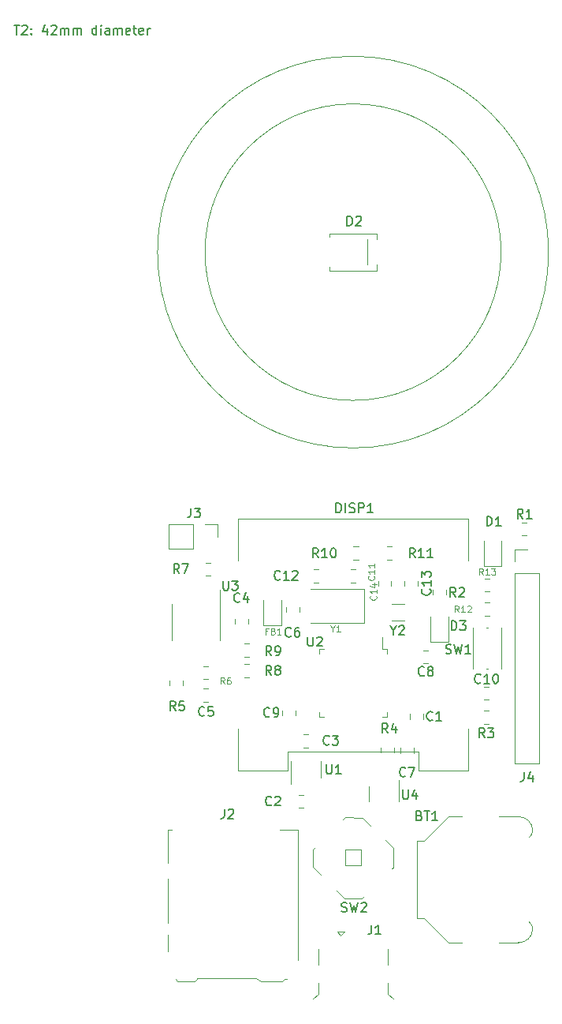
<source format=gbr>
G04 #@! TF.GenerationSoftware,KiCad,Pcbnew,(5.1.5-0-10_14)*
G04 #@! TF.CreationDate,2020-01-07T13:17:42-08:00*
G04 #@! TF.ProjectId,PARmeter,5041526d-6574-4657-922e-6b696361645f,rev?*
G04 #@! TF.SameCoordinates,Original*
G04 #@! TF.FileFunction,Legend,Top*
G04 #@! TF.FilePolarity,Positive*
%FSLAX46Y46*%
G04 Gerber Fmt 4.6, Leading zero omitted, Abs format (unit mm)*
G04 Created by KiCad (PCBNEW (5.1.5-0-10_14)) date 2020-01-07 13:17:42*
%MOMM*%
%LPD*%
G04 APERTURE LIST*
%ADD10C,0.120000*%
%ADD11C,0.150000*%
%ADD12C,0.100000*%
G04 APERTURE END LIST*
D10*
X121000000Y-100000000D02*
G75*
G03X121000000Y-100000000I-21000000J0D01*
G01*
D11*
X63590476Y-75652380D02*
X64161904Y-75652380D01*
X63876190Y-76652380D02*
X63876190Y-75652380D01*
X64447619Y-75747619D02*
X64495238Y-75700000D01*
X64590476Y-75652380D01*
X64828571Y-75652380D01*
X64923809Y-75700000D01*
X64971428Y-75747619D01*
X65019047Y-75842857D01*
X65019047Y-75938095D01*
X64971428Y-76080952D01*
X64400000Y-76652380D01*
X65019047Y-76652380D01*
X65447619Y-76557142D02*
X65495238Y-76604761D01*
X65447619Y-76652380D01*
X65400000Y-76604761D01*
X65447619Y-76557142D01*
X65447619Y-76652380D01*
X65447619Y-76033333D02*
X65495238Y-76080952D01*
X65447619Y-76128571D01*
X65400000Y-76080952D01*
X65447619Y-76033333D01*
X65447619Y-76128571D01*
X67114285Y-75985714D02*
X67114285Y-76652380D01*
X66876190Y-75604761D02*
X66638095Y-76319047D01*
X67257142Y-76319047D01*
X67590476Y-75747619D02*
X67638095Y-75700000D01*
X67733333Y-75652380D01*
X67971428Y-75652380D01*
X68066666Y-75700000D01*
X68114285Y-75747619D01*
X68161904Y-75842857D01*
X68161904Y-75938095D01*
X68114285Y-76080952D01*
X67542857Y-76652380D01*
X68161904Y-76652380D01*
X68590476Y-76652380D02*
X68590476Y-75985714D01*
X68590476Y-76080952D02*
X68638095Y-76033333D01*
X68733333Y-75985714D01*
X68876190Y-75985714D01*
X68971428Y-76033333D01*
X69019047Y-76128571D01*
X69019047Y-76652380D01*
X69019047Y-76128571D02*
X69066666Y-76033333D01*
X69161904Y-75985714D01*
X69304761Y-75985714D01*
X69400000Y-76033333D01*
X69447619Y-76128571D01*
X69447619Y-76652380D01*
X69923809Y-76652380D02*
X69923809Y-75985714D01*
X69923809Y-76080952D02*
X69971428Y-76033333D01*
X70066666Y-75985714D01*
X70209523Y-75985714D01*
X70304761Y-76033333D01*
X70352380Y-76128571D01*
X70352380Y-76652380D01*
X70352380Y-76128571D02*
X70400000Y-76033333D01*
X70495238Y-75985714D01*
X70638095Y-75985714D01*
X70733333Y-76033333D01*
X70780952Y-76128571D01*
X70780952Y-76652380D01*
X72447619Y-76652380D02*
X72447619Y-75652380D01*
X72447619Y-76604761D02*
X72352380Y-76652380D01*
X72161904Y-76652380D01*
X72066666Y-76604761D01*
X72019047Y-76557142D01*
X71971428Y-76461904D01*
X71971428Y-76176190D01*
X72019047Y-76080952D01*
X72066666Y-76033333D01*
X72161904Y-75985714D01*
X72352380Y-75985714D01*
X72447619Y-76033333D01*
X72923809Y-76652380D02*
X72923809Y-75985714D01*
X72923809Y-75652380D02*
X72876190Y-75700000D01*
X72923809Y-75747619D01*
X72971428Y-75700000D01*
X72923809Y-75652380D01*
X72923809Y-75747619D01*
X73828571Y-76652380D02*
X73828571Y-76128571D01*
X73780952Y-76033333D01*
X73685714Y-75985714D01*
X73495238Y-75985714D01*
X73400000Y-76033333D01*
X73828571Y-76604761D02*
X73733333Y-76652380D01*
X73495238Y-76652380D01*
X73400000Y-76604761D01*
X73352380Y-76509523D01*
X73352380Y-76414285D01*
X73400000Y-76319047D01*
X73495238Y-76271428D01*
X73733333Y-76271428D01*
X73828571Y-76223809D01*
X74304761Y-76652380D02*
X74304761Y-75985714D01*
X74304761Y-76080952D02*
X74352380Y-76033333D01*
X74447619Y-75985714D01*
X74590476Y-75985714D01*
X74685714Y-76033333D01*
X74733333Y-76128571D01*
X74733333Y-76652380D01*
X74733333Y-76128571D02*
X74780952Y-76033333D01*
X74876190Y-75985714D01*
X75019047Y-75985714D01*
X75114285Y-76033333D01*
X75161904Y-76128571D01*
X75161904Y-76652380D01*
X76019047Y-76604761D02*
X75923809Y-76652380D01*
X75733333Y-76652380D01*
X75638095Y-76604761D01*
X75590476Y-76509523D01*
X75590476Y-76128571D01*
X75638095Y-76033333D01*
X75733333Y-75985714D01*
X75923809Y-75985714D01*
X76019047Y-76033333D01*
X76066666Y-76128571D01*
X76066666Y-76223809D01*
X75590476Y-76319047D01*
X76352380Y-75985714D02*
X76733333Y-75985714D01*
X76495238Y-75652380D02*
X76495238Y-76509523D01*
X76542857Y-76604761D01*
X76638095Y-76652380D01*
X76733333Y-76652380D01*
X77447619Y-76604761D02*
X77352380Y-76652380D01*
X77161904Y-76652380D01*
X77066666Y-76604761D01*
X77019047Y-76509523D01*
X77019047Y-76128571D01*
X77066666Y-76033333D01*
X77161904Y-75985714D01*
X77352380Y-75985714D01*
X77447619Y-76033333D01*
X77495238Y-76128571D01*
X77495238Y-76223809D01*
X77019047Y-76319047D01*
X77923809Y-76652380D02*
X77923809Y-75985714D01*
X77923809Y-76176190D02*
X77971428Y-76080952D01*
X78019047Y-76033333D01*
X78114285Y-75985714D01*
X78209523Y-75985714D01*
D10*
X115900000Y-100000000D02*
G75*
G03X115900000Y-100000000I-15900000J0D01*
G01*
X104900000Y-158900000D02*
X104900000Y-156600000D01*
X101700000Y-157300000D02*
X101700000Y-158900000D01*
X112350000Y-128600000D02*
X87650000Y-128600000D01*
X112350000Y-128600000D02*
X112350000Y-133100000D01*
X87650000Y-128600000D02*
X87650000Y-133100000D01*
X93000000Y-155600000D02*
X93000000Y-153600000D01*
X93000000Y-153600000D02*
X107000000Y-153600000D01*
X107000000Y-153600000D02*
X107000000Y-155600000D01*
X107000000Y-155600000D02*
X112370000Y-155600000D01*
X93000000Y-155600000D02*
X87650000Y-155600000D01*
X87630000Y-155600000D02*
X87630000Y-151100000D01*
X112370000Y-155600000D02*
X112370000Y-151100000D01*
X85430000Y-129170000D02*
X85430000Y-130500000D01*
X84100000Y-129170000D02*
X85430000Y-129170000D01*
X82830000Y-129170000D02*
X82830000Y-131830000D01*
X82830000Y-131830000D02*
X80230000Y-131830000D01*
X82830000Y-129170000D02*
X80230000Y-129170000D01*
X80230000Y-129170000D02*
X80230000Y-131830000D01*
X93290000Y-154600000D02*
X93290000Y-157050000D01*
X96510000Y-156400000D02*
X96510000Y-154600000D01*
X110250000Y-160550000D02*
X111700000Y-160550000D01*
X107650000Y-163150000D02*
X110250000Y-160550000D01*
X106850000Y-163150000D02*
X107650000Y-163150000D01*
X106850000Y-171450000D02*
X106850000Y-163150000D01*
X107650000Y-171450000D02*
X106850000Y-171450000D01*
X110250000Y-174050000D02*
X107650000Y-171450000D01*
X111700000Y-174050000D02*
X110250000Y-174050000D01*
X115700000Y-174050000D02*
X117800000Y-174050000D01*
X115700000Y-160550000D02*
X117800000Y-160550000D01*
X117750000Y-174050000D02*
G75*
G03X119300000Y-172600000I50000J1500000D01*
G01*
X117750000Y-160550000D02*
G75*
G02X119300000Y-162000000I50000J-1500000D01*
G01*
X119284160Y-172714615D02*
G75*
G03X118900000Y-171800000I-984160J124615D01*
G01*
X119284160Y-161885385D02*
G75*
G02X118900000Y-162800000I-984160J-124615D01*
G01*
X104125000Y-137725000D02*
X105475000Y-137725000D01*
X104125000Y-139475000D02*
X105475000Y-139475000D01*
X101175000Y-136150000D02*
X95425000Y-136150000D01*
X101175000Y-139750000D02*
X101175000Y-136150000D01*
X95425000Y-139750000D02*
X101175000Y-139750000D01*
X85660000Y-139700000D02*
X85660000Y-136250000D01*
X85660000Y-139700000D02*
X85660000Y-141650000D01*
X80540000Y-139700000D02*
X80540000Y-137750000D01*
X80540000Y-139700000D02*
X80540000Y-141650000D01*
X103160000Y-142590000D02*
X103160000Y-141300000D01*
X103610000Y-142590000D02*
X103160000Y-142590000D01*
X103610000Y-143040000D02*
X103610000Y-142590000D01*
X103610000Y-149810000D02*
X103160000Y-149810000D01*
X103610000Y-149360000D02*
X103610000Y-149810000D01*
X96390000Y-142590000D02*
X96840000Y-142590000D01*
X96390000Y-143040000D02*
X96390000Y-142590000D01*
X96390000Y-149810000D02*
X96840000Y-149810000D01*
X96390000Y-149360000D02*
X96390000Y-149810000D01*
D12*
X100850000Y-164050000D02*
X99150000Y-164050000D01*
X100850000Y-165750000D02*
X100850000Y-164050000D01*
X99150000Y-165750000D02*
X100850000Y-165750000D01*
X99150000Y-164050000D02*
X99150000Y-165750000D01*
X104154252Y-166119759D02*
X104295673Y-165978338D01*
X95916458Y-163821662D02*
X95704326Y-164033794D01*
X101042982Y-160675037D02*
X101891510Y-161523565D01*
X103447145Y-163079200D02*
X104295673Y-163927728D01*
X98214555Y-168453212D02*
X99063083Y-169301740D01*
X99169149Y-160568971D02*
X101042982Y-160675037D01*
X99063083Y-169301740D02*
X100972271Y-169301740D01*
X104295673Y-163927728D02*
X104295673Y-165978338D01*
X95704326Y-164033794D02*
X95668970Y-165907627D01*
X100972271Y-169301740D02*
X101184403Y-169089608D01*
X95668970Y-165907627D02*
X96517498Y-166756155D01*
X99169149Y-160568971D02*
X98886306Y-160851814D01*
D10*
X114450000Y-144700000D02*
X114350000Y-144700000D01*
X112850000Y-140300000D02*
X112850000Y-144700000D01*
X115950000Y-144700000D02*
X115950000Y-140300000D01*
X114450000Y-140300000D02*
X114350000Y-140300000D01*
X114658578Y-134990000D02*
X114141422Y-134990000D01*
X114658578Y-136410000D02*
X114141422Y-136410000D01*
X114658578Y-137590000D02*
X114141422Y-137590000D01*
X114658578Y-139010000D02*
X114141422Y-139010000D01*
X104158578Y-131590000D02*
X103641422Y-131590000D01*
X104158578Y-133010000D02*
X103641422Y-133010000D01*
X100558578Y-131590000D02*
X100041422Y-131590000D01*
X100558578Y-133010000D02*
X100041422Y-133010000D01*
X88341422Y-143410000D02*
X88858578Y-143410000D01*
X88341422Y-141990000D02*
X88858578Y-141990000D01*
X88341422Y-145610000D02*
X88858578Y-145610000D01*
X88341422Y-144190000D02*
X88858578Y-144190000D01*
X84658578Y-133290000D02*
X84141422Y-133290000D01*
X84658578Y-134710000D02*
X84141422Y-134710000D01*
X84458578Y-144390000D02*
X83941422Y-144390000D01*
X84458578Y-145810000D02*
X83941422Y-145810000D01*
X81710000Y-146458578D02*
X81710000Y-145941422D01*
X80290000Y-146458578D02*
X80290000Y-145941422D01*
X104410000Y-153658578D02*
X104410000Y-153141422D01*
X102990000Y-153658578D02*
X102990000Y-153141422D01*
X114041422Y-150610000D02*
X114558578Y-150610000D01*
X114041422Y-149190000D02*
X114558578Y-149190000D01*
X108590000Y-136241422D02*
X108590000Y-136758578D01*
X110010000Y-136241422D02*
X110010000Y-136758578D01*
X118658578Y-128990000D02*
X118141422Y-128990000D01*
X118658578Y-130410000D02*
X118141422Y-130410000D01*
X117370000Y-131870000D02*
X118700000Y-131870000D01*
X117370000Y-133200000D02*
X117370000Y-131870000D01*
X117370000Y-134470000D02*
X120030000Y-134470000D01*
X120030000Y-134470000D02*
X120030000Y-154850000D01*
X117370000Y-134470000D02*
X117370000Y-154850000D01*
X117370000Y-154850000D02*
X120030000Y-154850000D01*
X92175000Y-161915000D02*
X94095000Y-161915000D01*
X94095000Y-161915000D02*
X94095000Y-175925000D01*
X80575000Y-161915000D02*
X80125000Y-161915000D01*
X80125000Y-161915000D02*
X80125000Y-165525000D01*
X92415000Y-178185000D02*
X90105000Y-178185000D01*
X81155000Y-178185000D02*
X83015000Y-178185000D01*
X81155000Y-178185000D02*
X80955000Y-177985000D01*
X80125000Y-167225000D02*
X80125000Y-171925000D01*
X80125000Y-173225000D02*
X80125000Y-175025000D01*
X83225000Y-177835000D02*
X89595000Y-177835000D01*
X83225000Y-177835000D02*
X83225000Y-177985000D01*
X83015000Y-178185000D02*
X83225000Y-177985000D01*
X92415000Y-178185000D02*
X92615000Y-177985000D01*
X92615000Y-177985000D02*
X92875000Y-177985000D01*
X90105000Y-178185000D02*
X89595000Y-177835000D01*
X104300000Y-180100000D02*
X103750000Y-179550000D01*
X103750000Y-179550000D02*
X103750000Y-178400000D01*
X103750000Y-176400000D02*
X103750000Y-174700000D01*
X95700000Y-180100000D02*
X96250000Y-179550000D01*
X98675000Y-173335000D02*
X98275000Y-172885000D01*
X98275000Y-172885000D02*
X99075000Y-172885000D01*
X99075000Y-172885000D02*
X98675000Y-173335000D01*
X96250000Y-179550000D02*
X96250000Y-178400000D01*
X96250000Y-176400000D02*
X96250000Y-174700000D01*
X92260000Y-139985000D02*
X92260000Y-137300000D01*
X90340000Y-139985000D02*
X92260000Y-139985000D01*
X90340000Y-137300000D02*
X90340000Y-139985000D01*
X110260000Y-141785000D02*
X110260000Y-139100000D01*
X108340000Y-141785000D02*
X110260000Y-141785000D01*
X108340000Y-139100000D02*
X108340000Y-141785000D01*
D12*
X101500000Y-98600000D02*
X101500000Y-101350000D01*
X102550000Y-102000000D02*
X102550000Y-101350000D01*
X97450000Y-102000000D02*
X102550000Y-102000000D01*
X97450000Y-101600000D02*
X97450000Y-102000000D01*
X102550000Y-98000000D02*
X102550000Y-98650000D01*
X97450000Y-98000000D02*
X102550000Y-98000000D01*
X97450000Y-98400000D02*
X97450000Y-98000000D01*
D10*
X115960000Y-133685000D02*
X115960000Y-131000000D01*
X114040000Y-133685000D02*
X115960000Y-133685000D01*
X114040000Y-131000000D02*
X114040000Y-133685000D01*
X102690000Y-135241422D02*
X102690000Y-135758578D01*
X104110000Y-135241422D02*
X104110000Y-135758578D01*
X105490000Y-135241422D02*
X105490000Y-135758578D01*
X106910000Y-135241422D02*
X106910000Y-135758578D01*
X96258578Y-133990000D02*
X95741422Y-133990000D01*
X96258578Y-135410000D02*
X95741422Y-135410000D01*
X99741422Y-135410000D02*
X100258578Y-135410000D01*
X99741422Y-133990000D02*
X100258578Y-133990000D01*
X114078922Y-148010000D02*
X114596078Y-148010000D01*
X114078922Y-146590000D02*
X114596078Y-146590000D01*
X92390000Y-149141422D02*
X92390000Y-149658578D01*
X93810000Y-149141422D02*
X93810000Y-149658578D01*
X107541422Y-144110000D02*
X108058578Y-144110000D01*
X107541422Y-142690000D02*
X108058578Y-142690000D01*
X105090000Y-153178922D02*
X105090000Y-153696078D01*
X106510000Y-153178922D02*
X106510000Y-153696078D01*
X94210000Y-138558578D02*
X94210000Y-138041422D01*
X92790000Y-138558578D02*
X92790000Y-138041422D01*
X83941422Y-148210000D02*
X84458578Y-148210000D01*
X83941422Y-146790000D02*
X84458578Y-146790000D01*
X88710000Y-139858578D02*
X88710000Y-139341422D01*
X87290000Y-139858578D02*
X87290000Y-139341422D01*
X94641422Y-153110000D02*
X95158578Y-153110000D01*
X94641422Y-151690000D02*
X95158578Y-151690000D01*
X94658578Y-158190000D02*
X94141422Y-158190000D01*
X94658578Y-159610000D02*
X94141422Y-159610000D01*
X107510000Y-150058578D02*
X107510000Y-149541422D01*
X106090000Y-150058578D02*
X106090000Y-149541422D01*
D11*
X105338095Y-157652380D02*
X105338095Y-158461904D01*
X105385714Y-158557142D01*
X105433333Y-158604761D01*
X105528571Y-158652380D01*
X105719047Y-158652380D01*
X105814285Y-158604761D01*
X105861904Y-158557142D01*
X105909523Y-158461904D01*
X105909523Y-157652380D01*
X106814285Y-157985714D02*
X106814285Y-158652380D01*
X106576190Y-157604761D02*
X106338095Y-158319047D01*
X106957142Y-158319047D01*
X98182619Y-127922380D02*
X98182619Y-126922380D01*
X98420714Y-126922380D01*
X98563571Y-126970000D01*
X98658809Y-127065238D01*
X98706428Y-127160476D01*
X98754047Y-127350952D01*
X98754047Y-127493809D01*
X98706428Y-127684285D01*
X98658809Y-127779523D01*
X98563571Y-127874761D01*
X98420714Y-127922380D01*
X98182619Y-127922380D01*
X99182619Y-127922380D02*
X99182619Y-126922380D01*
X99611190Y-127874761D02*
X99754047Y-127922380D01*
X99992142Y-127922380D01*
X100087380Y-127874761D01*
X100135000Y-127827142D01*
X100182619Y-127731904D01*
X100182619Y-127636666D01*
X100135000Y-127541428D01*
X100087380Y-127493809D01*
X99992142Y-127446190D01*
X99801666Y-127398571D01*
X99706428Y-127350952D01*
X99658809Y-127303333D01*
X99611190Y-127208095D01*
X99611190Y-127112857D01*
X99658809Y-127017619D01*
X99706428Y-126970000D01*
X99801666Y-126922380D01*
X100039761Y-126922380D01*
X100182619Y-126970000D01*
X100611190Y-127922380D02*
X100611190Y-126922380D01*
X100992142Y-126922380D01*
X101087380Y-126970000D01*
X101135000Y-127017619D01*
X101182619Y-127112857D01*
X101182619Y-127255714D01*
X101135000Y-127350952D01*
X101087380Y-127398571D01*
X100992142Y-127446190D01*
X100611190Y-127446190D01*
X102135000Y-127922380D02*
X101563571Y-127922380D01*
X101849285Y-127922380D02*
X101849285Y-126922380D01*
X101754047Y-127065238D01*
X101658809Y-127160476D01*
X101563571Y-127208095D01*
X82566666Y-127452380D02*
X82566666Y-128166666D01*
X82519047Y-128309523D01*
X82423809Y-128404761D01*
X82280952Y-128452380D01*
X82185714Y-128452380D01*
X82947619Y-127452380D02*
X83566666Y-127452380D01*
X83233333Y-127833333D01*
X83376190Y-127833333D01*
X83471428Y-127880952D01*
X83519047Y-127928571D01*
X83566666Y-128023809D01*
X83566666Y-128261904D01*
X83519047Y-128357142D01*
X83471428Y-128404761D01*
X83376190Y-128452380D01*
X83090476Y-128452380D01*
X82995238Y-128404761D01*
X82947619Y-128357142D01*
X97138095Y-154952380D02*
X97138095Y-155761904D01*
X97185714Y-155857142D01*
X97233333Y-155904761D01*
X97328571Y-155952380D01*
X97519047Y-155952380D01*
X97614285Y-155904761D01*
X97661904Y-155857142D01*
X97709523Y-155761904D01*
X97709523Y-154952380D01*
X98709523Y-155952380D02*
X98138095Y-155952380D01*
X98423809Y-155952380D02*
X98423809Y-154952380D01*
X98328571Y-155095238D01*
X98233333Y-155190476D01*
X98138095Y-155238095D01*
X107114285Y-160428571D02*
X107257142Y-160476190D01*
X107304761Y-160523809D01*
X107352380Y-160619047D01*
X107352380Y-160761904D01*
X107304761Y-160857142D01*
X107257142Y-160904761D01*
X107161904Y-160952380D01*
X106780952Y-160952380D01*
X106780952Y-159952380D01*
X107114285Y-159952380D01*
X107209523Y-160000000D01*
X107257142Y-160047619D01*
X107304761Y-160142857D01*
X107304761Y-160238095D01*
X107257142Y-160333333D01*
X107209523Y-160380952D01*
X107114285Y-160428571D01*
X106780952Y-160428571D01*
X107638095Y-159952380D02*
X108209523Y-159952380D01*
X107923809Y-160952380D02*
X107923809Y-159952380D01*
X109066666Y-160952380D02*
X108495238Y-160952380D01*
X108780952Y-160952380D02*
X108780952Y-159952380D01*
X108685714Y-160095238D01*
X108590476Y-160190476D01*
X108495238Y-160238095D01*
X104323809Y-140576190D02*
X104323809Y-141052380D01*
X103990476Y-140052380D02*
X104323809Y-140576190D01*
X104657142Y-140052380D01*
X104942857Y-140147619D02*
X104990476Y-140100000D01*
X105085714Y-140052380D01*
X105323809Y-140052380D01*
X105419047Y-140100000D01*
X105466666Y-140147619D01*
X105514285Y-140242857D01*
X105514285Y-140338095D01*
X105466666Y-140480952D01*
X104895238Y-141052380D01*
X105514285Y-141052380D01*
D10*
X97791666Y-140383333D02*
X97791666Y-140716666D01*
X97558333Y-140016666D02*
X97791666Y-140383333D01*
X98025000Y-140016666D01*
X98625000Y-140716666D02*
X98225000Y-140716666D01*
X98425000Y-140716666D02*
X98425000Y-140016666D01*
X98358333Y-140116666D01*
X98291666Y-140183333D01*
X98225000Y-140216666D01*
D11*
X86038095Y-135252380D02*
X86038095Y-136061904D01*
X86085714Y-136157142D01*
X86133333Y-136204761D01*
X86228571Y-136252380D01*
X86419047Y-136252380D01*
X86514285Y-136204761D01*
X86561904Y-136157142D01*
X86609523Y-136061904D01*
X86609523Y-135252380D01*
X86990476Y-135252380D02*
X87609523Y-135252380D01*
X87276190Y-135633333D01*
X87419047Y-135633333D01*
X87514285Y-135680952D01*
X87561904Y-135728571D01*
X87609523Y-135823809D01*
X87609523Y-136061904D01*
X87561904Y-136157142D01*
X87514285Y-136204761D01*
X87419047Y-136252380D01*
X87133333Y-136252380D01*
X87038095Y-136204761D01*
X86990476Y-136157142D01*
X95138095Y-141252380D02*
X95138095Y-142061904D01*
X95185714Y-142157142D01*
X95233333Y-142204761D01*
X95328571Y-142252380D01*
X95519047Y-142252380D01*
X95614285Y-142204761D01*
X95661904Y-142157142D01*
X95709523Y-142061904D01*
X95709523Y-141252380D01*
X96138095Y-141347619D02*
X96185714Y-141300000D01*
X96280952Y-141252380D01*
X96519047Y-141252380D01*
X96614285Y-141300000D01*
X96661904Y-141347619D01*
X96709523Y-141442857D01*
X96709523Y-141538095D01*
X96661904Y-141680952D01*
X96090476Y-142252380D01*
X96709523Y-142252380D01*
X98766666Y-170704761D02*
X98909523Y-170752380D01*
X99147619Y-170752380D01*
X99242857Y-170704761D01*
X99290476Y-170657142D01*
X99338095Y-170561904D01*
X99338095Y-170466666D01*
X99290476Y-170371428D01*
X99242857Y-170323809D01*
X99147619Y-170276190D01*
X98957142Y-170228571D01*
X98861904Y-170180952D01*
X98814285Y-170133333D01*
X98766666Y-170038095D01*
X98766666Y-169942857D01*
X98814285Y-169847619D01*
X98861904Y-169800000D01*
X98957142Y-169752380D01*
X99195238Y-169752380D01*
X99338095Y-169800000D01*
X99671428Y-169752380D02*
X99909523Y-170752380D01*
X100100000Y-170038095D01*
X100290476Y-170752380D01*
X100528571Y-169752380D01*
X100861904Y-169847619D02*
X100909523Y-169800000D01*
X101004761Y-169752380D01*
X101242857Y-169752380D01*
X101338095Y-169800000D01*
X101385714Y-169847619D01*
X101433333Y-169942857D01*
X101433333Y-170038095D01*
X101385714Y-170180952D01*
X100814285Y-170752380D01*
X101433333Y-170752380D01*
X109966666Y-143004761D02*
X110109523Y-143052380D01*
X110347619Y-143052380D01*
X110442857Y-143004761D01*
X110490476Y-142957142D01*
X110538095Y-142861904D01*
X110538095Y-142766666D01*
X110490476Y-142671428D01*
X110442857Y-142623809D01*
X110347619Y-142576190D01*
X110157142Y-142528571D01*
X110061904Y-142480952D01*
X110014285Y-142433333D01*
X109966666Y-142338095D01*
X109966666Y-142242857D01*
X110014285Y-142147619D01*
X110061904Y-142100000D01*
X110157142Y-142052380D01*
X110395238Y-142052380D01*
X110538095Y-142100000D01*
X110871428Y-142052380D02*
X111109523Y-143052380D01*
X111300000Y-142338095D01*
X111490476Y-143052380D01*
X111728571Y-142052380D01*
X112633333Y-143052380D02*
X112061904Y-143052380D01*
X112347619Y-143052380D02*
X112347619Y-142052380D01*
X112252380Y-142195238D01*
X112157142Y-142290476D01*
X112061904Y-142338095D01*
D10*
X113950000Y-134616666D02*
X113716666Y-134283333D01*
X113550000Y-134616666D02*
X113550000Y-133916666D01*
X113816666Y-133916666D01*
X113883333Y-133950000D01*
X113916666Y-133983333D01*
X113950000Y-134050000D01*
X113950000Y-134150000D01*
X113916666Y-134216666D01*
X113883333Y-134250000D01*
X113816666Y-134283333D01*
X113550000Y-134283333D01*
X114616666Y-134616666D02*
X114216666Y-134616666D01*
X114416666Y-134616666D02*
X114416666Y-133916666D01*
X114350000Y-134016666D01*
X114283333Y-134083333D01*
X114216666Y-134116666D01*
X114850000Y-133916666D02*
X115283333Y-133916666D01*
X115050000Y-134183333D01*
X115150000Y-134183333D01*
X115216666Y-134216666D01*
X115250000Y-134250000D01*
X115283333Y-134316666D01*
X115283333Y-134483333D01*
X115250000Y-134550000D01*
X115216666Y-134583333D01*
X115150000Y-134616666D01*
X114950000Y-134616666D01*
X114883333Y-134583333D01*
X114850000Y-134550000D01*
X111350000Y-138616666D02*
X111116666Y-138283333D01*
X110950000Y-138616666D02*
X110950000Y-137916666D01*
X111216666Y-137916666D01*
X111283333Y-137950000D01*
X111316666Y-137983333D01*
X111350000Y-138050000D01*
X111350000Y-138150000D01*
X111316666Y-138216666D01*
X111283333Y-138250000D01*
X111216666Y-138283333D01*
X110950000Y-138283333D01*
X112016666Y-138616666D02*
X111616666Y-138616666D01*
X111816666Y-138616666D02*
X111816666Y-137916666D01*
X111750000Y-138016666D01*
X111683333Y-138083333D01*
X111616666Y-138116666D01*
X112283333Y-137983333D02*
X112316666Y-137950000D01*
X112383333Y-137916666D01*
X112550000Y-137916666D01*
X112616666Y-137950000D01*
X112650000Y-137983333D01*
X112683333Y-138050000D01*
X112683333Y-138116666D01*
X112650000Y-138216666D01*
X112250000Y-138616666D01*
X112683333Y-138616666D01*
D11*
X106657142Y-132752380D02*
X106323809Y-132276190D01*
X106085714Y-132752380D02*
X106085714Y-131752380D01*
X106466666Y-131752380D01*
X106561904Y-131800000D01*
X106609523Y-131847619D01*
X106657142Y-131942857D01*
X106657142Y-132085714D01*
X106609523Y-132180952D01*
X106561904Y-132228571D01*
X106466666Y-132276190D01*
X106085714Y-132276190D01*
X107609523Y-132752380D02*
X107038095Y-132752380D01*
X107323809Y-132752380D02*
X107323809Y-131752380D01*
X107228571Y-131895238D01*
X107133333Y-131990476D01*
X107038095Y-132038095D01*
X108561904Y-132752380D02*
X107990476Y-132752380D01*
X108276190Y-132752380D02*
X108276190Y-131752380D01*
X108180952Y-131895238D01*
X108085714Y-131990476D01*
X107990476Y-132038095D01*
X96257142Y-132752380D02*
X95923809Y-132276190D01*
X95685714Y-132752380D02*
X95685714Y-131752380D01*
X96066666Y-131752380D01*
X96161904Y-131800000D01*
X96209523Y-131847619D01*
X96257142Y-131942857D01*
X96257142Y-132085714D01*
X96209523Y-132180952D01*
X96161904Y-132228571D01*
X96066666Y-132276190D01*
X95685714Y-132276190D01*
X97209523Y-132752380D02*
X96638095Y-132752380D01*
X96923809Y-132752380D02*
X96923809Y-131752380D01*
X96828571Y-131895238D01*
X96733333Y-131990476D01*
X96638095Y-132038095D01*
X97828571Y-131752380D02*
X97923809Y-131752380D01*
X98019047Y-131800000D01*
X98066666Y-131847619D01*
X98114285Y-131942857D01*
X98161904Y-132133333D01*
X98161904Y-132371428D01*
X98114285Y-132561904D01*
X98066666Y-132657142D01*
X98019047Y-132704761D01*
X97923809Y-132752380D01*
X97828571Y-132752380D01*
X97733333Y-132704761D01*
X97685714Y-132657142D01*
X97638095Y-132561904D01*
X97590476Y-132371428D01*
X97590476Y-132133333D01*
X97638095Y-131942857D01*
X97685714Y-131847619D01*
X97733333Y-131800000D01*
X97828571Y-131752380D01*
X91233333Y-143252380D02*
X90900000Y-142776190D01*
X90661904Y-143252380D02*
X90661904Y-142252380D01*
X91042857Y-142252380D01*
X91138095Y-142300000D01*
X91185714Y-142347619D01*
X91233333Y-142442857D01*
X91233333Y-142585714D01*
X91185714Y-142680952D01*
X91138095Y-142728571D01*
X91042857Y-142776190D01*
X90661904Y-142776190D01*
X91709523Y-143252380D02*
X91900000Y-143252380D01*
X91995238Y-143204761D01*
X92042857Y-143157142D01*
X92138095Y-143014285D01*
X92185714Y-142823809D01*
X92185714Y-142442857D01*
X92138095Y-142347619D01*
X92090476Y-142300000D01*
X91995238Y-142252380D01*
X91804761Y-142252380D01*
X91709523Y-142300000D01*
X91661904Y-142347619D01*
X91614285Y-142442857D01*
X91614285Y-142680952D01*
X91661904Y-142776190D01*
X91709523Y-142823809D01*
X91804761Y-142871428D01*
X91995238Y-142871428D01*
X92090476Y-142823809D01*
X92138095Y-142776190D01*
X92185714Y-142680952D01*
X91233333Y-145352380D02*
X90900000Y-144876190D01*
X90661904Y-145352380D02*
X90661904Y-144352380D01*
X91042857Y-144352380D01*
X91138095Y-144400000D01*
X91185714Y-144447619D01*
X91233333Y-144542857D01*
X91233333Y-144685714D01*
X91185714Y-144780952D01*
X91138095Y-144828571D01*
X91042857Y-144876190D01*
X90661904Y-144876190D01*
X91804761Y-144780952D02*
X91709523Y-144733333D01*
X91661904Y-144685714D01*
X91614285Y-144590476D01*
X91614285Y-144542857D01*
X91661904Y-144447619D01*
X91709523Y-144400000D01*
X91804761Y-144352380D01*
X91995238Y-144352380D01*
X92090476Y-144400000D01*
X92138095Y-144447619D01*
X92185714Y-144542857D01*
X92185714Y-144590476D01*
X92138095Y-144685714D01*
X92090476Y-144733333D01*
X91995238Y-144780952D01*
X91804761Y-144780952D01*
X91709523Y-144828571D01*
X91661904Y-144876190D01*
X91614285Y-144971428D01*
X91614285Y-145161904D01*
X91661904Y-145257142D01*
X91709523Y-145304761D01*
X91804761Y-145352380D01*
X91995238Y-145352380D01*
X92090476Y-145304761D01*
X92138095Y-145257142D01*
X92185714Y-145161904D01*
X92185714Y-144971428D01*
X92138095Y-144876190D01*
X92090476Y-144828571D01*
X91995238Y-144780952D01*
X81333333Y-134452380D02*
X81000000Y-133976190D01*
X80761904Y-134452380D02*
X80761904Y-133452380D01*
X81142857Y-133452380D01*
X81238095Y-133500000D01*
X81285714Y-133547619D01*
X81333333Y-133642857D01*
X81333333Y-133785714D01*
X81285714Y-133880952D01*
X81238095Y-133928571D01*
X81142857Y-133976190D01*
X80761904Y-133976190D01*
X81666666Y-133452380D02*
X82333333Y-133452380D01*
X81904761Y-134452380D01*
D10*
X86183333Y-146316666D02*
X85950000Y-145983333D01*
X85783333Y-146316666D02*
X85783333Y-145616666D01*
X86050000Y-145616666D01*
X86116666Y-145650000D01*
X86150000Y-145683333D01*
X86183333Y-145750000D01*
X86183333Y-145850000D01*
X86150000Y-145916666D01*
X86116666Y-145950000D01*
X86050000Y-145983333D01*
X85783333Y-145983333D01*
X86783333Y-145616666D02*
X86650000Y-145616666D01*
X86583333Y-145650000D01*
X86550000Y-145683333D01*
X86483333Y-145783333D01*
X86450000Y-145916666D01*
X86450000Y-146183333D01*
X86483333Y-146250000D01*
X86516666Y-146283333D01*
X86583333Y-146316666D01*
X86716666Y-146316666D01*
X86783333Y-146283333D01*
X86816666Y-146250000D01*
X86850000Y-146183333D01*
X86850000Y-146016666D01*
X86816666Y-145950000D01*
X86783333Y-145916666D01*
X86716666Y-145883333D01*
X86583333Y-145883333D01*
X86516666Y-145916666D01*
X86483333Y-145950000D01*
X86450000Y-146016666D01*
D11*
X80933333Y-149152380D02*
X80600000Y-148676190D01*
X80361904Y-149152380D02*
X80361904Y-148152380D01*
X80742857Y-148152380D01*
X80838095Y-148200000D01*
X80885714Y-148247619D01*
X80933333Y-148342857D01*
X80933333Y-148485714D01*
X80885714Y-148580952D01*
X80838095Y-148628571D01*
X80742857Y-148676190D01*
X80361904Y-148676190D01*
X81838095Y-148152380D02*
X81361904Y-148152380D01*
X81314285Y-148628571D01*
X81361904Y-148580952D01*
X81457142Y-148533333D01*
X81695238Y-148533333D01*
X81790476Y-148580952D01*
X81838095Y-148628571D01*
X81885714Y-148723809D01*
X81885714Y-148961904D01*
X81838095Y-149057142D01*
X81790476Y-149104761D01*
X81695238Y-149152380D01*
X81457142Y-149152380D01*
X81361904Y-149104761D01*
X81314285Y-149057142D01*
X103733333Y-151552380D02*
X103400000Y-151076190D01*
X103161904Y-151552380D02*
X103161904Y-150552380D01*
X103542857Y-150552380D01*
X103638095Y-150600000D01*
X103685714Y-150647619D01*
X103733333Y-150742857D01*
X103733333Y-150885714D01*
X103685714Y-150980952D01*
X103638095Y-151028571D01*
X103542857Y-151076190D01*
X103161904Y-151076190D01*
X104590476Y-150885714D02*
X104590476Y-151552380D01*
X104352380Y-150504761D02*
X104114285Y-151219047D01*
X104733333Y-151219047D01*
X114133333Y-152052380D02*
X113800000Y-151576190D01*
X113561904Y-152052380D02*
X113561904Y-151052380D01*
X113942857Y-151052380D01*
X114038095Y-151100000D01*
X114085714Y-151147619D01*
X114133333Y-151242857D01*
X114133333Y-151385714D01*
X114085714Y-151480952D01*
X114038095Y-151528571D01*
X113942857Y-151576190D01*
X113561904Y-151576190D01*
X114466666Y-151052380D02*
X115085714Y-151052380D01*
X114752380Y-151433333D01*
X114895238Y-151433333D01*
X114990476Y-151480952D01*
X115038095Y-151528571D01*
X115085714Y-151623809D01*
X115085714Y-151861904D01*
X115038095Y-151957142D01*
X114990476Y-152004761D01*
X114895238Y-152052380D01*
X114609523Y-152052380D01*
X114514285Y-152004761D01*
X114466666Y-151957142D01*
X111033333Y-136952380D02*
X110700000Y-136476190D01*
X110461904Y-136952380D02*
X110461904Y-135952380D01*
X110842857Y-135952380D01*
X110938095Y-136000000D01*
X110985714Y-136047619D01*
X111033333Y-136142857D01*
X111033333Y-136285714D01*
X110985714Y-136380952D01*
X110938095Y-136428571D01*
X110842857Y-136476190D01*
X110461904Y-136476190D01*
X111414285Y-136047619D02*
X111461904Y-136000000D01*
X111557142Y-135952380D01*
X111795238Y-135952380D01*
X111890476Y-136000000D01*
X111938095Y-136047619D01*
X111985714Y-136142857D01*
X111985714Y-136238095D01*
X111938095Y-136380952D01*
X111366666Y-136952380D01*
X111985714Y-136952380D01*
X118233333Y-128552380D02*
X117900000Y-128076190D01*
X117661904Y-128552380D02*
X117661904Y-127552380D01*
X118042857Y-127552380D01*
X118138095Y-127600000D01*
X118185714Y-127647619D01*
X118233333Y-127742857D01*
X118233333Y-127885714D01*
X118185714Y-127980952D01*
X118138095Y-128028571D01*
X118042857Y-128076190D01*
X117661904Y-128076190D01*
X119185714Y-128552380D02*
X118614285Y-128552380D01*
X118900000Y-128552380D02*
X118900000Y-127552380D01*
X118804761Y-127695238D01*
X118709523Y-127790476D01*
X118614285Y-127838095D01*
X118366666Y-155752380D02*
X118366666Y-156466666D01*
X118319047Y-156609523D01*
X118223809Y-156704761D01*
X118080952Y-156752380D01*
X117985714Y-156752380D01*
X119271428Y-156085714D02*
X119271428Y-156752380D01*
X119033333Y-155704761D02*
X118795238Y-156419047D01*
X119414285Y-156419047D01*
X86166666Y-159727380D02*
X86166666Y-160441666D01*
X86119047Y-160584523D01*
X86023809Y-160679761D01*
X85880952Y-160727380D01*
X85785714Y-160727380D01*
X86595238Y-159822619D02*
X86642857Y-159775000D01*
X86738095Y-159727380D01*
X86976190Y-159727380D01*
X87071428Y-159775000D01*
X87119047Y-159822619D01*
X87166666Y-159917857D01*
X87166666Y-160013095D01*
X87119047Y-160155952D01*
X86547619Y-160727380D01*
X87166666Y-160727380D01*
X101966666Y-172152380D02*
X101966666Y-172866666D01*
X101919047Y-173009523D01*
X101823809Y-173104761D01*
X101680952Y-173152380D01*
X101585714Y-173152380D01*
X102966666Y-173152380D02*
X102395238Y-173152380D01*
X102680952Y-173152380D02*
X102680952Y-172152380D01*
X102585714Y-172295238D01*
X102490476Y-172390476D01*
X102395238Y-172438095D01*
D10*
X90816666Y-140650000D02*
X90583333Y-140650000D01*
X90583333Y-141016666D02*
X90583333Y-140316666D01*
X90916666Y-140316666D01*
X91416666Y-140650000D02*
X91516666Y-140683333D01*
X91550000Y-140716666D01*
X91583333Y-140783333D01*
X91583333Y-140883333D01*
X91550000Y-140950000D01*
X91516666Y-140983333D01*
X91450000Y-141016666D01*
X91183333Y-141016666D01*
X91183333Y-140316666D01*
X91416666Y-140316666D01*
X91483333Y-140350000D01*
X91516666Y-140383333D01*
X91550000Y-140450000D01*
X91550000Y-140516666D01*
X91516666Y-140583333D01*
X91483333Y-140616666D01*
X91416666Y-140650000D01*
X91183333Y-140650000D01*
X92250000Y-141016666D02*
X91850000Y-141016666D01*
X92050000Y-141016666D02*
X92050000Y-140316666D01*
X91983333Y-140416666D01*
X91916666Y-140483333D01*
X91850000Y-140516666D01*
D11*
X110561904Y-140552380D02*
X110561904Y-139552380D01*
X110800000Y-139552380D01*
X110942857Y-139600000D01*
X111038095Y-139695238D01*
X111085714Y-139790476D01*
X111133333Y-139980952D01*
X111133333Y-140123809D01*
X111085714Y-140314285D01*
X111038095Y-140409523D01*
X110942857Y-140504761D01*
X110800000Y-140552380D01*
X110561904Y-140552380D01*
X111466666Y-139552380D02*
X112085714Y-139552380D01*
X111752380Y-139933333D01*
X111895238Y-139933333D01*
X111990476Y-139980952D01*
X112038095Y-140028571D01*
X112085714Y-140123809D01*
X112085714Y-140361904D01*
X112038095Y-140457142D01*
X111990476Y-140504761D01*
X111895238Y-140552380D01*
X111609523Y-140552380D01*
X111514285Y-140504761D01*
X111466666Y-140457142D01*
X99361904Y-97152380D02*
X99361904Y-96152380D01*
X99600000Y-96152380D01*
X99742857Y-96200000D01*
X99838095Y-96295238D01*
X99885714Y-96390476D01*
X99933333Y-96580952D01*
X99933333Y-96723809D01*
X99885714Y-96914285D01*
X99838095Y-97009523D01*
X99742857Y-97104761D01*
X99600000Y-97152380D01*
X99361904Y-97152380D01*
X100314285Y-96247619D02*
X100361904Y-96200000D01*
X100457142Y-96152380D01*
X100695238Y-96152380D01*
X100790476Y-96200000D01*
X100838095Y-96247619D01*
X100885714Y-96342857D01*
X100885714Y-96438095D01*
X100838095Y-96580952D01*
X100266666Y-97152380D01*
X100885714Y-97152380D01*
X114361904Y-129352380D02*
X114361904Y-128352380D01*
X114600000Y-128352380D01*
X114742857Y-128400000D01*
X114838095Y-128495238D01*
X114885714Y-128590476D01*
X114933333Y-128780952D01*
X114933333Y-128923809D01*
X114885714Y-129114285D01*
X114838095Y-129209523D01*
X114742857Y-129304761D01*
X114600000Y-129352380D01*
X114361904Y-129352380D01*
X115885714Y-129352380D02*
X115314285Y-129352380D01*
X115600000Y-129352380D02*
X115600000Y-128352380D01*
X115504761Y-128495238D01*
X115409523Y-128590476D01*
X115314285Y-128638095D01*
D10*
X102450000Y-136850000D02*
X102483333Y-136883333D01*
X102516666Y-136983333D01*
X102516666Y-137050000D01*
X102483333Y-137150000D01*
X102416666Y-137216666D01*
X102350000Y-137250000D01*
X102216666Y-137283333D01*
X102116666Y-137283333D01*
X101983333Y-137250000D01*
X101916666Y-137216666D01*
X101850000Y-137150000D01*
X101816666Y-137050000D01*
X101816666Y-136983333D01*
X101850000Y-136883333D01*
X101883333Y-136850000D01*
X102516666Y-136183333D02*
X102516666Y-136583333D01*
X102516666Y-136383333D02*
X101816666Y-136383333D01*
X101916666Y-136450000D01*
X101983333Y-136516666D01*
X102016666Y-136583333D01*
X102050000Y-135583333D02*
X102516666Y-135583333D01*
X101783333Y-135750000D02*
X102283333Y-135916666D01*
X102283333Y-135483333D01*
D11*
X108257142Y-136142857D02*
X108304761Y-136190476D01*
X108352380Y-136333333D01*
X108352380Y-136428571D01*
X108304761Y-136571428D01*
X108209523Y-136666666D01*
X108114285Y-136714285D01*
X107923809Y-136761904D01*
X107780952Y-136761904D01*
X107590476Y-136714285D01*
X107495238Y-136666666D01*
X107400000Y-136571428D01*
X107352380Y-136428571D01*
X107352380Y-136333333D01*
X107400000Y-136190476D01*
X107447619Y-136142857D01*
X108352380Y-135190476D02*
X108352380Y-135761904D01*
X108352380Y-135476190D02*
X107352380Y-135476190D01*
X107495238Y-135571428D01*
X107590476Y-135666666D01*
X107638095Y-135761904D01*
X107352380Y-134857142D02*
X107352380Y-134238095D01*
X107733333Y-134571428D01*
X107733333Y-134428571D01*
X107780952Y-134333333D01*
X107828571Y-134285714D01*
X107923809Y-134238095D01*
X108161904Y-134238095D01*
X108257142Y-134285714D01*
X108304761Y-134333333D01*
X108352380Y-134428571D01*
X108352380Y-134714285D01*
X108304761Y-134809523D01*
X108257142Y-134857142D01*
X92157142Y-135057142D02*
X92109523Y-135104761D01*
X91966666Y-135152380D01*
X91871428Y-135152380D01*
X91728571Y-135104761D01*
X91633333Y-135009523D01*
X91585714Y-134914285D01*
X91538095Y-134723809D01*
X91538095Y-134580952D01*
X91585714Y-134390476D01*
X91633333Y-134295238D01*
X91728571Y-134200000D01*
X91871428Y-134152380D01*
X91966666Y-134152380D01*
X92109523Y-134200000D01*
X92157142Y-134247619D01*
X93109523Y-135152380D02*
X92538095Y-135152380D01*
X92823809Y-135152380D02*
X92823809Y-134152380D01*
X92728571Y-134295238D01*
X92633333Y-134390476D01*
X92538095Y-134438095D01*
X93490476Y-134247619D02*
X93538095Y-134200000D01*
X93633333Y-134152380D01*
X93871428Y-134152380D01*
X93966666Y-134200000D01*
X94014285Y-134247619D01*
X94061904Y-134342857D01*
X94061904Y-134438095D01*
X94014285Y-134580952D01*
X93442857Y-135152380D01*
X94061904Y-135152380D01*
D10*
X102250000Y-134750000D02*
X102283333Y-134783333D01*
X102316666Y-134883333D01*
X102316666Y-134950000D01*
X102283333Y-135050000D01*
X102216666Y-135116666D01*
X102150000Y-135150000D01*
X102016666Y-135183333D01*
X101916666Y-135183333D01*
X101783333Y-135150000D01*
X101716666Y-135116666D01*
X101650000Y-135050000D01*
X101616666Y-134950000D01*
X101616666Y-134883333D01*
X101650000Y-134783333D01*
X101683333Y-134750000D01*
X102316666Y-134083333D02*
X102316666Y-134483333D01*
X102316666Y-134283333D02*
X101616666Y-134283333D01*
X101716666Y-134350000D01*
X101783333Y-134416666D01*
X101816666Y-134483333D01*
X102316666Y-133416666D02*
X102316666Y-133816666D01*
X102316666Y-133616666D02*
X101616666Y-133616666D01*
X101716666Y-133683333D01*
X101783333Y-133750000D01*
X101816666Y-133816666D01*
D11*
X113694642Y-146157142D02*
X113647023Y-146204761D01*
X113504166Y-146252380D01*
X113408928Y-146252380D01*
X113266071Y-146204761D01*
X113170833Y-146109523D01*
X113123214Y-146014285D01*
X113075595Y-145823809D01*
X113075595Y-145680952D01*
X113123214Y-145490476D01*
X113170833Y-145395238D01*
X113266071Y-145300000D01*
X113408928Y-145252380D01*
X113504166Y-145252380D01*
X113647023Y-145300000D01*
X113694642Y-145347619D01*
X114647023Y-146252380D02*
X114075595Y-146252380D01*
X114361309Y-146252380D02*
X114361309Y-145252380D01*
X114266071Y-145395238D01*
X114170833Y-145490476D01*
X114075595Y-145538095D01*
X115266071Y-145252380D02*
X115361309Y-145252380D01*
X115456547Y-145300000D01*
X115504166Y-145347619D01*
X115551785Y-145442857D01*
X115599404Y-145633333D01*
X115599404Y-145871428D01*
X115551785Y-146061904D01*
X115504166Y-146157142D01*
X115456547Y-146204761D01*
X115361309Y-146252380D01*
X115266071Y-146252380D01*
X115170833Y-146204761D01*
X115123214Y-146157142D01*
X115075595Y-146061904D01*
X115027976Y-145871428D01*
X115027976Y-145633333D01*
X115075595Y-145442857D01*
X115123214Y-145347619D01*
X115170833Y-145300000D01*
X115266071Y-145252380D01*
X91033333Y-149757142D02*
X90985714Y-149804761D01*
X90842857Y-149852380D01*
X90747619Y-149852380D01*
X90604761Y-149804761D01*
X90509523Y-149709523D01*
X90461904Y-149614285D01*
X90414285Y-149423809D01*
X90414285Y-149280952D01*
X90461904Y-149090476D01*
X90509523Y-148995238D01*
X90604761Y-148900000D01*
X90747619Y-148852380D01*
X90842857Y-148852380D01*
X90985714Y-148900000D01*
X91033333Y-148947619D01*
X91509523Y-149852380D02*
X91700000Y-149852380D01*
X91795238Y-149804761D01*
X91842857Y-149757142D01*
X91938095Y-149614285D01*
X91985714Y-149423809D01*
X91985714Y-149042857D01*
X91938095Y-148947619D01*
X91890476Y-148900000D01*
X91795238Y-148852380D01*
X91604761Y-148852380D01*
X91509523Y-148900000D01*
X91461904Y-148947619D01*
X91414285Y-149042857D01*
X91414285Y-149280952D01*
X91461904Y-149376190D01*
X91509523Y-149423809D01*
X91604761Y-149471428D01*
X91795238Y-149471428D01*
X91890476Y-149423809D01*
X91938095Y-149376190D01*
X91985714Y-149280952D01*
X107633333Y-145357142D02*
X107585714Y-145404761D01*
X107442857Y-145452380D01*
X107347619Y-145452380D01*
X107204761Y-145404761D01*
X107109523Y-145309523D01*
X107061904Y-145214285D01*
X107014285Y-145023809D01*
X107014285Y-144880952D01*
X107061904Y-144690476D01*
X107109523Y-144595238D01*
X107204761Y-144500000D01*
X107347619Y-144452380D01*
X107442857Y-144452380D01*
X107585714Y-144500000D01*
X107633333Y-144547619D01*
X108204761Y-144880952D02*
X108109523Y-144833333D01*
X108061904Y-144785714D01*
X108014285Y-144690476D01*
X108014285Y-144642857D01*
X108061904Y-144547619D01*
X108109523Y-144500000D01*
X108204761Y-144452380D01*
X108395238Y-144452380D01*
X108490476Y-144500000D01*
X108538095Y-144547619D01*
X108585714Y-144642857D01*
X108585714Y-144690476D01*
X108538095Y-144785714D01*
X108490476Y-144833333D01*
X108395238Y-144880952D01*
X108204761Y-144880952D01*
X108109523Y-144928571D01*
X108061904Y-144976190D01*
X108014285Y-145071428D01*
X108014285Y-145261904D01*
X108061904Y-145357142D01*
X108109523Y-145404761D01*
X108204761Y-145452380D01*
X108395238Y-145452380D01*
X108490476Y-145404761D01*
X108538095Y-145357142D01*
X108585714Y-145261904D01*
X108585714Y-145071428D01*
X108538095Y-144976190D01*
X108490476Y-144928571D01*
X108395238Y-144880952D01*
X105633333Y-156157142D02*
X105585714Y-156204761D01*
X105442857Y-156252380D01*
X105347619Y-156252380D01*
X105204761Y-156204761D01*
X105109523Y-156109523D01*
X105061904Y-156014285D01*
X105014285Y-155823809D01*
X105014285Y-155680952D01*
X105061904Y-155490476D01*
X105109523Y-155395238D01*
X105204761Y-155300000D01*
X105347619Y-155252380D01*
X105442857Y-155252380D01*
X105585714Y-155300000D01*
X105633333Y-155347619D01*
X105966666Y-155252380D02*
X106633333Y-155252380D01*
X106204761Y-156252380D01*
X93333333Y-141157142D02*
X93285714Y-141204761D01*
X93142857Y-141252380D01*
X93047619Y-141252380D01*
X92904761Y-141204761D01*
X92809523Y-141109523D01*
X92761904Y-141014285D01*
X92714285Y-140823809D01*
X92714285Y-140680952D01*
X92761904Y-140490476D01*
X92809523Y-140395238D01*
X92904761Y-140300000D01*
X93047619Y-140252380D01*
X93142857Y-140252380D01*
X93285714Y-140300000D01*
X93333333Y-140347619D01*
X94190476Y-140252380D02*
X94000000Y-140252380D01*
X93904761Y-140300000D01*
X93857142Y-140347619D01*
X93761904Y-140490476D01*
X93714285Y-140680952D01*
X93714285Y-141061904D01*
X93761904Y-141157142D01*
X93809523Y-141204761D01*
X93904761Y-141252380D01*
X94095238Y-141252380D01*
X94190476Y-141204761D01*
X94238095Y-141157142D01*
X94285714Y-141061904D01*
X94285714Y-140823809D01*
X94238095Y-140728571D01*
X94190476Y-140680952D01*
X94095238Y-140633333D01*
X93904761Y-140633333D01*
X93809523Y-140680952D01*
X93761904Y-140728571D01*
X93714285Y-140823809D01*
X84033333Y-149657142D02*
X83985714Y-149704761D01*
X83842857Y-149752380D01*
X83747619Y-149752380D01*
X83604761Y-149704761D01*
X83509523Y-149609523D01*
X83461904Y-149514285D01*
X83414285Y-149323809D01*
X83414285Y-149180952D01*
X83461904Y-148990476D01*
X83509523Y-148895238D01*
X83604761Y-148800000D01*
X83747619Y-148752380D01*
X83842857Y-148752380D01*
X83985714Y-148800000D01*
X84033333Y-148847619D01*
X84938095Y-148752380D02*
X84461904Y-148752380D01*
X84414285Y-149228571D01*
X84461904Y-149180952D01*
X84557142Y-149133333D01*
X84795238Y-149133333D01*
X84890476Y-149180952D01*
X84938095Y-149228571D01*
X84985714Y-149323809D01*
X84985714Y-149561904D01*
X84938095Y-149657142D01*
X84890476Y-149704761D01*
X84795238Y-149752380D01*
X84557142Y-149752380D01*
X84461904Y-149704761D01*
X84414285Y-149657142D01*
X87833333Y-137457142D02*
X87785714Y-137504761D01*
X87642857Y-137552380D01*
X87547619Y-137552380D01*
X87404761Y-137504761D01*
X87309523Y-137409523D01*
X87261904Y-137314285D01*
X87214285Y-137123809D01*
X87214285Y-136980952D01*
X87261904Y-136790476D01*
X87309523Y-136695238D01*
X87404761Y-136600000D01*
X87547619Y-136552380D01*
X87642857Y-136552380D01*
X87785714Y-136600000D01*
X87833333Y-136647619D01*
X88690476Y-136885714D02*
X88690476Y-137552380D01*
X88452380Y-136504761D02*
X88214285Y-137219047D01*
X88833333Y-137219047D01*
X97433333Y-152757142D02*
X97385714Y-152804761D01*
X97242857Y-152852380D01*
X97147619Y-152852380D01*
X97004761Y-152804761D01*
X96909523Y-152709523D01*
X96861904Y-152614285D01*
X96814285Y-152423809D01*
X96814285Y-152280952D01*
X96861904Y-152090476D01*
X96909523Y-151995238D01*
X97004761Y-151900000D01*
X97147619Y-151852380D01*
X97242857Y-151852380D01*
X97385714Y-151900000D01*
X97433333Y-151947619D01*
X97766666Y-151852380D02*
X98385714Y-151852380D01*
X98052380Y-152233333D01*
X98195238Y-152233333D01*
X98290476Y-152280952D01*
X98338095Y-152328571D01*
X98385714Y-152423809D01*
X98385714Y-152661904D01*
X98338095Y-152757142D01*
X98290476Y-152804761D01*
X98195238Y-152852380D01*
X97909523Y-152852380D01*
X97814285Y-152804761D01*
X97766666Y-152757142D01*
X91233333Y-159257142D02*
X91185714Y-159304761D01*
X91042857Y-159352380D01*
X90947619Y-159352380D01*
X90804761Y-159304761D01*
X90709523Y-159209523D01*
X90661904Y-159114285D01*
X90614285Y-158923809D01*
X90614285Y-158780952D01*
X90661904Y-158590476D01*
X90709523Y-158495238D01*
X90804761Y-158400000D01*
X90947619Y-158352380D01*
X91042857Y-158352380D01*
X91185714Y-158400000D01*
X91233333Y-158447619D01*
X91614285Y-158447619D02*
X91661904Y-158400000D01*
X91757142Y-158352380D01*
X91995238Y-158352380D01*
X92090476Y-158400000D01*
X92138095Y-158447619D01*
X92185714Y-158542857D01*
X92185714Y-158638095D01*
X92138095Y-158780952D01*
X91566666Y-159352380D01*
X92185714Y-159352380D01*
X108533333Y-150157142D02*
X108485714Y-150204761D01*
X108342857Y-150252380D01*
X108247619Y-150252380D01*
X108104761Y-150204761D01*
X108009523Y-150109523D01*
X107961904Y-150014285D01*
X107914285Y-149823809D01*
X107914285Y-149680952D01*
X107961904Y-149490476D01*
X108009523Y-149395238D01*
X108104761Y-149300000D01*
X108247619Y-149252380D01*
X108342857Y-149252380D01*
X108485714Y-149300000D01*
X108533333Y-149347619D01*
X109485714Y-150252380D02*
X108914285Y-150252380D01*
X109200000Y-150252380D02*
X109200000Y-149252380D01*
X109104761Y-149395238D01*
X109009523Y-149490476D01*
X108914285Y-149538095D01*
M02*

</source>
